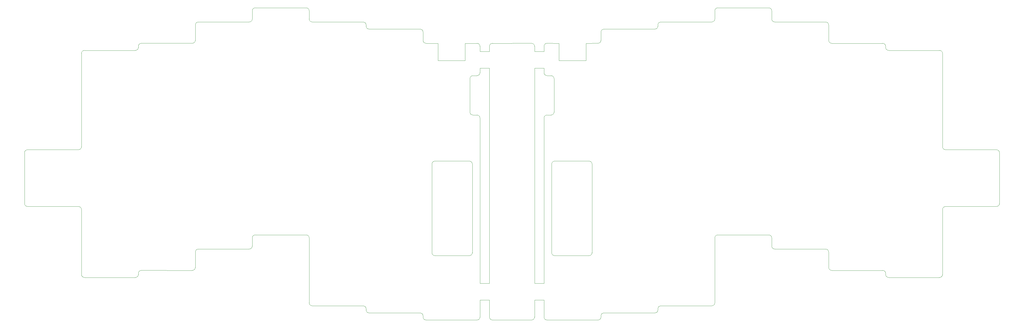
<source format=gm1>
%TF.GenerationSoftware,KiCad,Pcbnew,(5.1.7)-1*%
%TF.CreationDate,2021-02-09T20:12:25+08:00*%
%TF.ProjectId,jiran-ble,6a697261-6e2d-4626-9c65-2e6b69636164,rev?*%
%TF.SameCoordinates,Original*%
%TF.FileFunction,Profile,NP*%
%FSLAX46Y46*%
G04 Gerber Fmt 4.6, Leading zero omitted, Abs format (unit mm)*
G04 Created by KiCad (PCBNEW (5.1.7)-1) date 2021-02-09 20:12:25*
%MOMM*%
%LPD*%
G01*
G04 APERTURE LIST*
%TA.AperFunction,Profile*%
%ADD10C,0.100000*%
%TD*%
G04 APERTURE END LIST*
D10*
X190296800Y-43649900D02*
G75*
G02*
X191296800Y-44649900I0J-1000000D01*
G01*
X176212500Y-44653200D02*
G75*
G02*
X177212500Y-43653200I1000000J0D01*
G01*
X177215800Y-136525000D02*
G75*
G02*
X176215800Y-135525000I0J1000000D01*
G01*
X191300100Y-135521700D02*
G75*
G02*
X190300100Y-136521700I-1000000J0D01*
G01*
X194468750Y-46434375D02*
X194472050Y-44649900D01*
X173034960Y-44653200D02*
X173037500Y-46434375D01*
X191293750Y-46434375D02*
X191296800Y-44649900D01*
X176212500Y-46434375D02*
X176212500Y-44653200D01*
X176212500Y-46434375D02*
X173037500Y-46434375D01*
X176212500Y-51990625D02*
X173037500Y-51990625D01*
X194468750Y-46434375D02*
X191293750Y-46434375D01*
X194468750Y-51990625D02*
X191293750Y-51990625D01*
X191293750Y-129778125D02*
X191300100Y-135521700D01*
X194468750Y-129778125D02*
X191293750Y-129778125D01*
X194468750Y-124221875D02*
X191293750Y-124221875D01*
X176212500Y-129778125D02*
X176215800Y-135525000D01*
X173037500Y-124221875D02*
X176212500Y-124221875D01*
X173037500Y-129778125D02*
X176212500Y-129778125D01*
X194468750Y-124221875D02*
X194472050Y-68716400D01*
X173037500Y-68719700D02*
X173037500Y-124221875D01*
X177215800Y-136525000D02*
X190300100Y-136521700D01*
X191293750Y-51990625D02*
X191293750Y-124221875D01*
X177212500Y-43653200D02*
X190296800Y-43649900D01*
X176212500Y-124221875D02*
X176212500Y-51990625D01*
X346865450Y-97425000D02*
X346868750Y-80378300D01*
X198034150Y-114931700D02*
G75*
G02*
X197034150Y-113931700I0J1000000D01*
G01*
X210530950Y-113935000D02*
G75*
G02*
X209530950Y-114935000I-1000000J0D01*
G01*
X209534250Y-83188300D02*
G75*
G02*
X210534250Y-84188300I0J-1000000D01*
G01*
X197037450Y-84185000D02*
G75*
G02*
X198037450Y-83185000I1000000J0D01*
G01*
X197830950Y-66716400D02*
G75*
G02*
X196830950Y-67716400I-1000000J0D01*
G01*
X194472050Y-68716400D02*
G75*
G02*
X195472050Y-67716400I1000000J0D01*
G01*
X195468750Y-136521700D02*
G75*
G02*
X194468750Y-135521700I0J1000000D01*
G01*
X213528150Y-135525000D02*
G75*
G02*
X212528150Y-136525000I-1000000J0D01*
G01*
X213522050Y-135137400D02*
G75*
G02*
X214522050Y-134137400I1000000J0D01*
G01*
X232578150Y-133137400D02*
G75*
G02*
X231578150Y-134137400I-1000000J0D01*
G01*
X232572050Y-132762500D02*
G75*
G02*
X233572050Y-131762500I1000000J0D01*
G01*
X251615450Y-130762500D02*
G75*
G02*
X250615450Y-131762500I-1000000J0D01*
G01*
X251622050Y-108950000D02*
G75*
G02*
X252622050Y-107950000I1000000J0D01*
G01*
X269668750Y-107953300D02*
G75*
G02*
X270668750Y-108953300I0J-1000000D01*
G01*
X271668750Y-112709200D02*
G75*
G02*
X270668750Y-111709200I0J1000000D01*
G01*
X288718750Y-112715800D02*
G75*
G02*
X289718750Y-113715800I0J-1000000D01*
G01*
X290718750Y-119859300D02*
G75*
G02*
X289718750Y-118859300I0J1000000D01*
G01*
X307768750Y-119853200D02*
G75*
G02*
X308768750Y-120853200I0J-1000000D01*
G01*
X309768750Y-122234200D02*
G75*
G02*
X308768750Y-121234200I0J1000000D01*
G01*
X327815450Y-121237500D02*
G75*
G02*
X326815450Y-122237500I-1000000J0D01*
G01*
X327822050Y-99425000D02*
G75*
G02*
X328822050Y-98425000I1000000J0D01*
G01*
X346865450Y-97425000D02*
G75*
G02*
X345865450Y-98425000I-1000000J0D01*
G01*
X345868750Y-79378300D02*
G75*
G02*
X346868750Y-80378300I0J-1000000D01*
G01*
X328818750Y-79371700D02*
G75*
G02*
X327818750Y-78371700I0J1000000D01*
G01*
X326818750Y-46040800D02*
G75*
G02*
X327818750Y-47040800I0J-1000000D01*
G01*
X309768750Y-46034200D02*
G75*
G02*
X308768750Y-45034200I0J1000000D01*
G01*
X307768750Y-43653200D02*
G75*
G02*
X308768750Y-44653200I0J-1000000D01*
G01*
X290718750Y-43659300D02*
G75*
G02*
X289718750Y-42659300I0J1000000D01*
G01*
X288718750Y-36515800D02*
G75*
G02*
X289718750Y-37515800I0J-1000000D01*
G01*
X271668750Y-36509200D02*
G75*
G02*
X270668750Y-35509200I0J1000000D01*
G01*
X269668750Y-31753300D02*
G75*
G02*
X270668750Y-32753300I0J-1000000D01*
G01*
X251609350Y-32750000D02*
G75*
G02*
X252609350Y-31750000I1000000J0D01*
G01*
X251615450Y-35512500D02*
G75*
G02*
X250615450Y-36512500I-1000000J0D01*
G01*
X232559350Y-37512500D02*
G75*
G02*
X233559350Y-36512500I1000000J0D01*
G01*
X232565450Y-37900100D02*
G75*
G02*
X231565450Y-38900100I-1000000J0D01*
G01*
X213522050Y-39900100D02*
G75*
G02*
X214522050Y-38900100I1000000J0D01*
G01*
X213515450Y-42649900D02*
G75*
G02*
X212515450Y-43649900I-1000000J0D01*
G01*
X194472050Y-44649900D02*
G75*
G02*
X195472050Y-43649900I1000000J0D01*
G01*
X195468750Y-54517800D02*
G75*
G02*
X194468750Y-53517800I0J1000000D01*
G01*
X196834250Y-54511700D02*
G75*
G02*
X197834250Y-55511700I0J-1000000D01*
G01*
X169472100Y-83175600D02*
G75*
G02*
X170472100Y-84175600I0J-1000000D01*
G01*
X170468800Y-113935000D02*
G75*
G02*
X169468800Y-114935000I-1000000J0D01*
G01*
X157972000Y-114931700D02*
G75*
G02*
X156972000Y-113931700I0J1000000D01*
G01*
X156975300Y-84185000D02*
G75*
G02*
X157975300Y-83185000I1000000J0D01*
G01*
X173034200Y-135525000D02*
G75*
G02*
X172034200Y-136525000I-1000000J0D01*
G01*
X154987500Y-136521700D02*
G75*
G02*
X153987500Y-135521700I0J1000000D01*
G01*
X152987500Y-134140700D02*
G75*
G02*
X153987500Y-135140700I0J-1000000D01*
G01*
X135937500Y-134146800D02*
G75*
G02*
X134937500Y-133146800I0J1000000D01*
G01*
X133937500Y-131765800D02*
G75*
G02*
X134937500Y-132765800I0J-1000000D01*
G01*
X116887500Y-131759200D02*
G75*
G02*
X115887500Y-130759200I0J1000000D01*
G01*
X114887500Y-107953300D02*
G75*
G02*
X115887500Y-108953300I0J-1000000D01*
G01*
X96840800Y-108950000D02*
G75*
G02*
X97840800Y-107950000I1000000J0D01*
G01*
X96834200Y-111712500D02*
G75*
G02*
X95834200Y-112712500I-1000000J0D01*
G01*
X77790800Y-113712500D02*
G75*
G02*
X78790800Y-112712500I1000000J0D01*
G01*
X77784200Y-118862600D02*
G75*
G02*
X76784200Y-119862600I-1000000J0D01*
G01*
X58728100Y-120849900D02*
G75*
G02*
X59728100Y-119849900I1000000J0D01*
G01*
X58734200Y-121237500D02*
G75*
G02*
X57734200Y-122237500I-1000000J0D01*
G01*
X40687500Y-122234200D02*
G75*
G02*
X39687500Y-121234200I0J1000000D01*
G01*
X38687500Y-98428300D02*
G75*
G02*
X39687500Y-99428300I0J-1000000D01*
G01*
X21637500Y-98421700D02*
G75*
G02*
X20637500Y-97421700I0J1000000D01*
G01*
X20640800Y-80375000D02*
G75*
G02*
X21640800Y-79375000I1000000J0D01*
G01*
X39684200Y-78375000D02*
G75*
G02*
X38684200Y-79375000I-1000000J0D01*
G01*
X39690800Y-47037500D02*
G75*
G02*
X40690800Y-46037500I1000000J0D01*
G01*
X169675300Y-55508400D02*
G75*
G02*
X170675300Y-54508400I1000000J0D01*
G01*
X170672000Y-67725800D02*
G75*
G02*
X169672000Y-66725800I0J1000000D01*
G01*
X172037500Y-67719700D02*
G75*
G02*
X173037500Y-68719700I0J-1000000D01*
G01*
X173034200Y-53508400D02*
G75*
G02*
X172034200Y-54508400I-1000000J0D01*
G01*
X58734200Y-45037500D02*
G75*
G02*
X57734200Y-46037500I-1000000J0D01*
G01*
X58740800Y-44649900D02*
G75*
G02*
X59740800Y-43649900I1000000J0D01*
G01*
X77784200Y-42649900D02*
G75*
G02*
X76784200Y-43649900I-1000000J0D01*
G01*
X77790800Y-37512500D02*
G75*
G02*
X78790800Y-36512500I1000000J0D01*
G01*
X96846900Y-35512500D02*
G75*
G02*
X95846900Y-36512500I-1000000J0D01*
G01*
X96840800Y-32750000D02*
G75*
G02*
X97840800Y-31750000I1000000J0D01*
G01*
X114887500Y-31753300D02*
G75*
G02*
X115887500Y-32753300I0J-1000000D01*
G01*
X116874800Y-36509200D02*
G75*
G02*
X115874800Y-35509200I0J1000000D01*
G01*
X172034960Y-43653200D02*
G75*
G02*
X173034960Y-44653200I0J-1000000D01*
G01*
X154990040Y-43656760D02*
G75*
G02*
X153990040Y-42656760I0J1000000D01*
G01*
X133934200Y-36509960D02*
G75*
G02*
X134934200Y-37509960I0J-1000000D01*
G01*
X152987500Y-38892480D02*
G75*
G02*
X153987500Y-39892480I0J-1000000D01*
G01*
X135934960Y-38891720D02*
G75*
G02*
X134934960Y-37891720I0J1000000D01*
G01*
X210530950Y-113935000D02*
X210534250Y-84188300D01*
X197037450Y-84185000D02*
X197034150Y-113931700D01*
X198037450Y-83185000D02*
X209534250Y-83188300D01*
X198034150Y-114931700D02*
X209530950Y-114935000D01*
X208553050Y-43656250D02*
X212515450Y-43649900D01*
X199459850Y-43656250D02*
X195472050Y-43649900D01*
X194468750Y-53517800D02*
X194468750Y-51990625D01*
X208553050Y-49479200D02*
X208553050Y-43656250D01*
X199459850Y-49479200D02*
X208553050Y-49479200D01*
X199459850Y-43656250D02*
X199459850Y-49479200D01*
X196834250Y-54511700D02*
X195468750Y-54517800D01*
X195472050Y-67716400D02*
X196830950Y-67716400D01*
X197830950Y-66716400D02*
X197834250Y-55511700D01*
X194468750Y-135521700D02*
X194468750Y-129778125D01*
X213522050Y-39900100D02*
X213515450Y-42649900D01*
X231565450Y-38900100D02*
X214522050Y-38900100D01*
X232559350Y-37512500D02*
X232565450Y-37900100D01*
X250615450Y-36512500D02*
X233559350Y-36512500D01*
X251609350Y-32750000D02*
X251615450Y-35512500D01*
X269668750Y-31753300D02*
X252609350Y-31750000D01*
X270668750Y-35509200D02*
X270668750Y-32753300D01*
X288718750Y-36515800D02*
X271668750Y-36509200D01*
X289718750Y-42659300D02*
X289718750Y-37515800D01*
X307768750Y-43653200D02*
X290718750Y-43659300D01*
X308768750Y-45034200D02*
X308768750Y-44653200D01*
X326818750Y-46040800D02*
X309768750Y-46034200D01*
X327818750Y-78371700D02*
X327818750Y-47040800D01*
X345868750Y-79378300D02*
X328818750Y-79371700D01*
X328822050Y-98425000D02*
X345865450Y-98425000D01*
X327815450Y-121237500D02*
X327822050Y-99425000D01*
X309768750Y-122234200D02*
X326815450Y-122237500D01*
X308768750Y-120853200D02*
X308768750Y-121234200D01*
X290718750Y-119859300D02*
X307768750Y-119853200D01*
X289718750Y-113715800D02*
X289718750Y-118859300D01*
X271668750Y-112709200D02*
X288718750Y-112715800D01*
X270668750Y-108953300D02*
X270668750Y-111709200D01*
X252622050Y-107950000D02*
X269668750Y-107953300D01*
X251615450Y-130762500D02*
X251622050Y-108950000D01*
X233572050Y-131762500D02*
X250615450Y-131762500D01*
X232578150Y-133137400D02*
X232572050Y-132762500D01*
X214522050Y-134137400D02*
X231578150Y-134137400D01*
X213528150Y-135525000D02*
X213522050Y-135137400D01*
X195468750Y-136521700D02*
X212528150Y-136525000D01*
X156972000Y-113931700D02*
X156975300Y-84185000D01*
X169468800Y-114935000D02*
X157972000Y-114931700D01*
X170472100Y-84175600D02*
X170468800Y-113935000D01*
X157975300Y-83185000D02*
X169472100Y-83175600D01*
X173034200Y-53508400D02*
X173037500Y-51990625D01*
X170675300Y-54508400D02*
X172034200Y-54508400D01*
X169672000Y-66725800D02*
X169675300Y-55508400D01*
X172037500Y-67719700D02*
X170672000Y-67725800D01*
X158953200Y-43656250D02*
X154990040Y-43656760D01*
X158953200Y-49479200D02*
X158953200Y-43656250D01*
X168046400Y-49479200D02*
X158953200Y-49479200D01*
X168046400Y-43656250D02*
X168046400Y-49479200D01*
X154987500Y-136521700D02*
X172034200Y-136525000D01*
X153987500Y-135140700D02*
X153987500Y-135521700D01*
X135937500Y-134146800D02*
X152987500Y-134140700D01*
X134937500Y-132765800D02*
X134937500Y-133146800D01*
X116887500Y-131759200D02*
X133937500Y-131765800D01*
X115887500Y-108953300D02*
X115887500Y-130759200D01*
X97840800Y-107950000D02*
X114887500Y-107953300D01*
X96834200Y-111712500D02*
X96840800Y-108950000D01*
X78790800Y-112712500D02*
X95834200Y-112712500D01*
X77784200Y-118862600D02*
X77790800Y-113712500D01*
X59728100Y-119849900D02*
X76784200Y-119862600D01*
X58734200Y-121237500D02*
X58728100Y-120849900D01*
X40687500Y-122234200D02*
X57734200Y-122237500D01*
X39687500Y-99428300D02*
X39687500Y-121234200D01*
X21637500Y-98421700D02*
X38687500Y-98428300D01*
X20640800Y-80375000D02*
X20637500Y-97421700D01*
X38684200Y-79375000D02*
X21640800Y-79375000D01*
X39690800Y-47037500D02*
X39684200Y-78375000D01*
X57734200Y-46037500D02*
X40690800Y-46037500D01*
X58740800Y-44649900D02*
X58734200Y-45037500D01*
X76784200Y-43649900D02*
X59740800Y-43649900D01*
X77790800Y-37512500D02*
X77784200Y-42649900D01*
X95846900Y-36512500D02*
X78790800Y-36512500D01*
X96840800Y-32750000D02*
X96846900Y-35512500D01*
X114887500Y-31753300D02*
X97840800Y-31750000D01*
X115874800Y-35509200D02*
X115887500Y-32753300D01*
X133934200Y-36509960D02*
X116874800Y-36509200D01*
X134934960Y-37891720D02*
X134934200Y-37509960D01*
X152987500Y-38892480D02*
X135934960Y-38891720D01*
X153990040Y-42656760D02*
X153987500Y-39892480D01*
X168046400Y-43656250D02*
X172034960Y-43653200D01*
X173034200Y-135525000D02*
X173037500Y-129778125D01*
M02*

</source>
